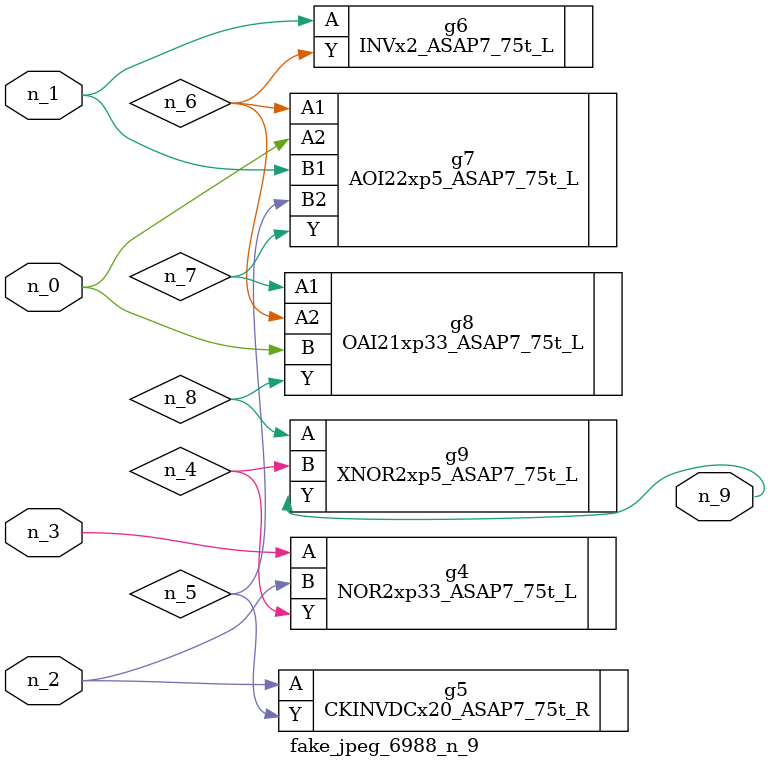
<source format=v>
module fake_jpeg_6988_n_9 (n_0, n_3, n_2, n_1, n_9);

input n_0;
input n_3;
input n_2;
input n_1;

output n_9;

wire n_4;
wire n_8;
wire n_6;
wire n_5;
wire n_7;

NOR2xp33_ASAP7_75t_L g4 ( 
.A(n_3),
.B(n_2),
.Y(n_4)
);

CKINVDCx20_ASAP7_75t_R g5 ( 
.A(n_2),
.Y(n_5)
);

INVx2_ASAP7_75t_L g6 ( 
.A(n_1),
.Y(n_6)
);

AOI22xp5_ASAP7_75t_L g7 ( 
.A1(n_6),
.A2(n_0),
.B1(n_1),
.B2(n_5),
.Y(n_7)
);

OAI21xp33_ASAP7_75t_L g8 ( 
.A1(n_7),
.A2(n_6),
.B(n_0),
.Y(n_8)
);

XNOR2xp5_ASAP7_75t_L g9 ( 
.A(n_8),
.B(n_4),
.Y(n_9)
);


endmodule
</source>
